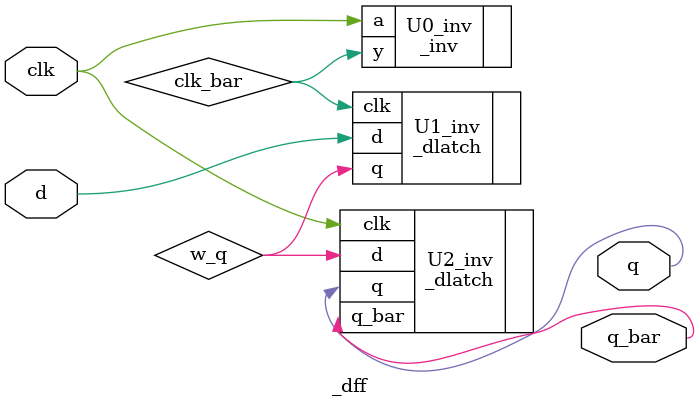
<source format=v>
module _dff(clk, d, q, q_bar);
	input clk, d;				// 2 inputs
	output q, q_bar;			// 2 outputs
	wire clk_bar, w_q;		// use 2wires
	
	_inv U0_inv(.a(clk), .y(clk_bar));					//instance by using Inverter Gate and 2 D latch
	_dlatch U1_inv(.clk(clk_bar), .d(d), .q(w_q));
	_dlatch U2_inv(.clk(clk), .d(w_q), .q(q), .q_bar(q_bar));

endmodule

</source>
